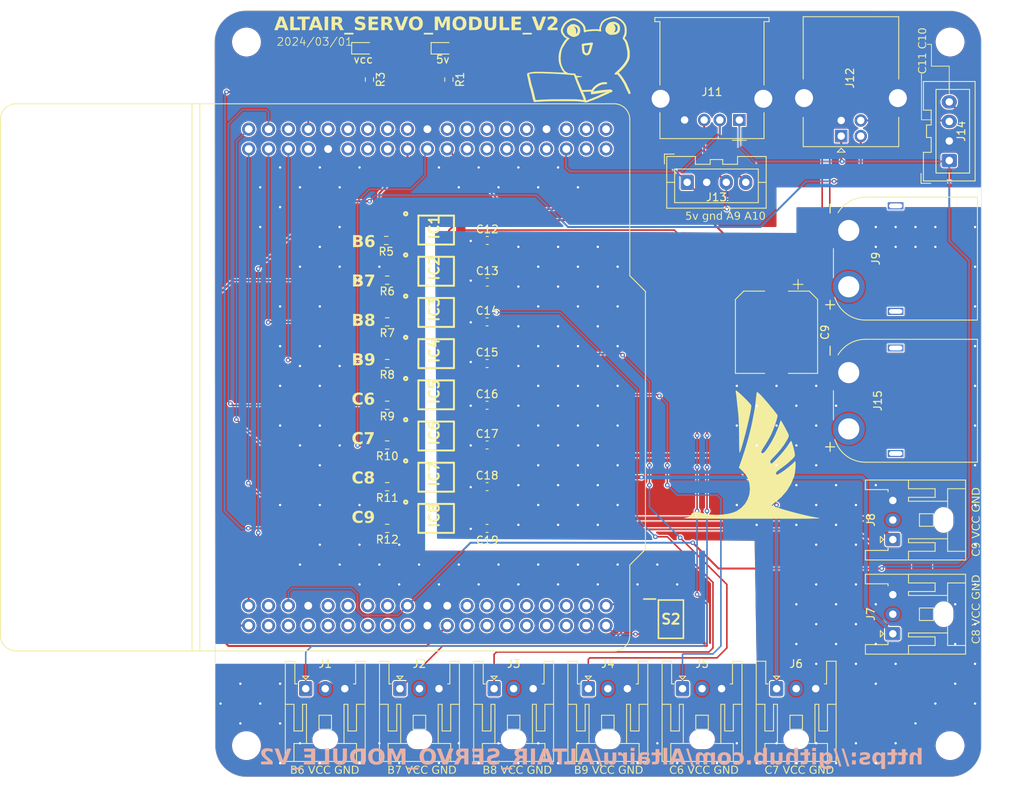
<source format=kicad_pcb>
(kicad_pcb (version 20221018) (generator pcbnew)
  (layers (0 "F.Cu" signal) (31 "B.Cu" signal) (34 "B.Paste" user) (35 "F.Paste" user) (36 "B.SilkS" user "B.Silkscreen") (37 "F.SilkS" user "F.Silkscreen") (38 "B.Mask" user) (39 "F.Mask" user) (44 "Edge.Cuts" user))
  (net 0 "")
  (net 1 "GND")
  (net 2 "+3.3V")
  (net 3 "VCC")
  (net 4 "GND1")
  (net 5 "s1")
  (net 6 "s2")
  (net 7 "s3")
  (net 8 "s4")
  (net 9 "s5")
  (net 10 "s6")
  (net 11 "s7")
  (net 12 "s8")
  (net 13 "B6")
  (net 14 "B7")
  (net 15 "B8")
  (net 16 "B9")
  (net 17 "Net-(IC1-CATHODE)")
  (net 18 "Net-(IC2-CATHODE)")
  (net 19 "Net-(IC3-CATHODE)")
  (net 20 "Net-(IC4-CATHODE)")
  (net 21 "Net-(IC5-CATHODE)")
  (net 22 "Net-(IC6-CATHODE)")
  (net 23 "Net-(IC7-CATHODE)")
  (net 24 "Net-(IC8-CATHODE)")
  (net 25 "Net-(LED1-A)")
  (net 26 "C6")
  (net 27 "C7")
  (net 28 "C8")
  (net 29 "C9")
  (net 30 "C10")
  (net 31 "C11")
  (net 32 "Net-(LED3-A)")
  (net 33 "+5V")
  (net 34 "A9")
  (net 35 "A10")
  (net 36 "Net-(U2-PC3)")
  (net 37 "Net-(U2-PC2)")
  (net 38 "Net-(U2-PC1(PB9))")
  (net 39 "Net-(U2-PC0(PB9))")
  (footprint "AltairMD_V6:altair1" (layer "F.Cu") (at 154.432 52.324)
    (fp_text reference "G***" hide)
    (fp_text value "LOGO" hide)
  )
  (footprint "Resistor_SMD:R_0603_1608Metric" (layer "F.Cu") (at 128.003 101.54187 180)
    (fp_text reference "R10")
    (fp_text value "100")
  )
  (footprint "LED_SMD:LED_0603_1608Metric" (layer "F.Cu") (at 124.9425 50.8)
    (fp_text reference "LED3")
    (fp_text value "vcc")
  )
  (footprint "SamacSys_Parts:11-4L1S_5-PIN-SOIC_" (layer "F.Cu") (at 134.264 74.05174 -90)
    (fp_text reference "IC1")
    (fp_text value "TLP152" hide)
  )
  (footprint "Connector_JST:JST_XA_S03B-XASK-1_1x03_P2.50mm_Horizontal" (layer "F.Cu") (at 192.68 125.69 90)
    (fp_text reference "J7")
    (fp_text value "servo")
  )
  (footprint "Capacitor_SMD:C_0603_1608Metric" (layer "F.Cu") (at 140.779 91.12787)
    (fp_text reference "C15")
    (fp_text value "0.1uF")
  )
  (footprint "Connector_AMASS:AMASS_XT60PW-M_1x02_P7.20mm_Horizontal" (layer "F.Cu") (at 187.04 74.105 -90)
    (fp_text reference "J9")
    (fp_text value "power")
  )
  (footprint "Resistor_SMD:R_0603_1608Metric" (layer "F.Cu") (at 128.003 80.45987 180)
    (fp_text reference "R6")
    (fp_text value "100")
  )
  (footprint "Connector_JST:JST_XA_S03B-XASK-1_1x03_P2.50mm_Horizontal" (layer "F.Cu") (at 165.775 132.715)
    (fp_text reference "J5")
    (fp_text value "servo")
  )
  (footprint "Resistor_SMD:R_0603_1608Metric" (layer "F.Cu") (at 128.003 112.20987 180)
    (fp_text reference "R12")
    (fp_text value "100")
  )
  (footprint "Connector_JST:JST_XA_S03B-XASK-1_1x03_P2.50mm_Horizontal" (layer "F.Cu") (at 153.725 132.715)
    (fp_text reference "J4")
    (fp_text value "servo")
  )
  (footprint "Capacitor_SMD:C_0603_1608Metric" (layer "F.Cu") (at 140.779 106.87587)
    (fp_text reference "C18")
    (fp_text value "0.1uF")
  )
  (footprint "SamacSys_Parts:11-4L1S_5-PIN-SOIC_" (layer "F.Cu") (at 134.264 110.93271 -90)
    (fp_text reference "IC8")
    (fp_text value "TLP152" hide)
  )
  (footprint "Resistor_SMD:R_0603_1608Metric" (layer "F.Cu") (at 128.003 96.46187 180)
    (fp_text reference "R9")
    (fp_text value "100")
  )
  (footprint "Resistor_SMD:R_0603_1608Metric" (layer "F.Cu") (at 127.875 75.37987 180)
    (fp_text reference "R5")
    (fp_text value "100")
  )
  (footprint "Connector_JST:JST_XA_S03B-XASK-1_1x03_P2.50mm_Horizontal" (layer "F.Cu") (at 141.675 132.715)
    (fp_text reference "J3")
    (fp_text value "servo")
  )
  (footprint "MountingHole:MountingHole_3.2mm_M3" (layer "F.Cu") (at 200 50)
    (fp_text reference "REF**" hide)
    (fp_text value "MountingHole_3.2mm_M3" hide)
  )
  (footprint "Resistor_SMD:R_0603_1608Metric" (layer "F.Cu") (at 135.89 54.801 -90)
    (fp_text reference "R1")
    (fp_text value "4.7k")
  )
  (footprint "Resistor_SMD:R_0603_1608Metric" (layer "F.Cu") (at 128.003 85.79387 180)
    (fp_text reference "R7")
    (fp_text value "100")
  )
  (footprint "Capacitor_SMD:C_0603_1608Metric" (layer "F.Cu") (at 140.805 80.71387)
    (fp_text reference "C13")
    (fp_text value "0.1uF")
  )
  (footprint "SamacSys_Parts:11-4L1S_5-PIN-SOIC_" (layer "F.Cu") (at 134.264 79.32045 -90)
    (fp_text reference "IC2")
    (fp_text value "TLP152" hide)
  )
  (footprint "Resistor_SMD:R_0603_1608Metric" (layer "F.Cu") (at 128.003 91.12787 180)
    (fp_text reference "R8")
    (fp_text value "100")
  )
  (footprint "Resistor_SMD:R_0603_1608Metric" (layer "F.Cu") (at 125.73 54.801 -90)
    (fp_text reference "R3")
    (fp_text value "4.7k")
  )
  (footprint "MountingHole:MountingHole_3.2mm_M3" (layer "F.Cu") (at 200 140)
    (fp_text reference "REF**" hide)
    (fp_text value "MountingHole_3.2mm_M3")
  )
  (footprint "SamacSys_Parts:11-4L1S_5-PIN-SOIC_" (layer "F.Cu") (at 134.264 84.58916 -90)
    (fp_text reference "IC3")
    (fp_text value "TLP152" hide)
  )
  (footprint "Capacitor_SMD:C_0603_1608Metric" (layer "F.Cu") (at 140.779 96.46187)
    (fp_text reference "C16")
    (fp_text value "0.1uF")
  )
  (footprint "Capacitor_SMD:C_0603_1608Metric" (layer "F.Cu") (at 140.779 101.54187)
    (fp_text reference "C17")
    (fp_text value "0.1uF")
  )
  (footprint "MountingHole:MountingHole_3.2mm_M3" (layer "F.Cu") (at 110 50)
    (fp_text reference "REF**" hide)
    (fp_text value "MountingHole_3.2mm_M3")
  )
  (footprint "Capacitor_SMD:C_0603_1608Metric" (layer "F.Cu") (at 140.779 112.20987)
    (fp_text reference "C19")
    (fp_text value "0.1uF")
  )
  (footprint "Connector_JST:JST_XA_S03B-XASK-1_1x03_P2.50mm_Horizontal" (layer "F.Cu") (at 117.575 132.715)
    (fp_text reference "J1")
    (fp_text value "servo")
  )
  (footprint "Capacitor_SMD:C_0603_1608Metric" (layer "F.Cu") (at 140.805 75.37987)
    (fp_text reference "C12")
    (fp_text value "0.1uF")
  )
  (footprint "SamacSys_Parts:SOIC127P600X175-8N" (layer "F.Cu") (at 164.293 123.825)
    (fp_text reference "S2")
    (fp_text value "KHS42E" hide)
  )
  (footprint "Capacitor_SMD:CP_Elec_10x10" (layer "F.Cu") (at 177.8 87.122 -90)
    (fp_text reference "C9")
    (fp_text value "330μf")
  )
  (footprint "Capacitor_SMD:C_0603_1608Metric" (layer "F.Cu") (at 140.779 85.79387)
    (fp_text reference "C14")
    (fp_text value "0.1uF")
  )
  (footprint "Connector_JST:JST_XA_S03B-XASK-1_1x03_P2.50mm_Horizontal" (layer "F.Cu") (at 177.815 132.715)
    (fp_text reference "J6")
    (fp_text value "servo")
  )
  (footprint "Connector_USB:USB_A_Molex_67643_Horizontal" (layer "F.Cu") (at 173.045 59.97 180)
    (fp_text reference "J11")
    (fp_text value "USB_A")
  )
  (footprint "SamacSys_Parts:11-4L1S_5-PIN-SOIC_" (layer "F.Cu") (at 134.264 95.12658 -90)
    (fp_text reference "IC5")
    (fp_text value "TLP152" hide)
  )
  (footprint "Connector_USB:USB_B_Lumberg_2411_02_Horizontal" (layer "F.Cu") (at 186.075 62.0325 90)
    (fp_text reference "J12")
    (fp_text value "USB_B")
  )
  (footprint "SamacSys_Parts:11-4L1S_5-PIN-SOIC_" (layer "F.Cu") (at 134.264 100.39529 -90)
    (fp_text reference "IC6")
    (fp_text value "TLP152" hide)
  )
  (footprint "Connector_JST:JST_XA_S03B-XASK-1_1x03_P2.50mm_Horizontal" (layer "F.Cu") (at 129.625 132.715)
    (fp_text reference "J2")
    (fp_text value "servo")
  )
  (footprint "SamacSys_Parts:11-4L1S_5-PIN-SOIC_" (layer "F.Cu") (at 134.264 89.85787 -90)
    (fp_text reference "IC4")
    (fp_text value "TLP152" hide)
  )
  (footprint "Library:sken" (layer "F.Cu") (at 174.752 109.22)
    (fp_text reference "G***" hide)
    (fp_text value "LOGO" hide)
  )
  (footprint "Connector_JST:JST_XA_B04B-XASK-1_1x04_P2.50mm_Vertical" (layer "F.Cu") (at 166.37 67.945)
    (fp_text reference "J13")
    (fp_text value "Conn_01x04")
  )
  (footprint "Connector_JST:JST_XA_S03B-XASK-1_1x03_P2.50mm_Horizontal" (layer "F.Cu") (at 192.68 113.64 90)
    (fp_text reference "J8")
    (fp_text value "servo")
  )
  (footprint "MountingHole:MountingHole_3.2mm_M3" (layer "F.Cu") (at 110 140)
    (fp_text reference "REF**" hide)
    (fp_text value "MountingHole_3.2mm_M3")
  )
  (footprint "LED_SMD:LED_0603_1608Metric" (layer "F.Cu") (at 135.1025 50.8)
    (fp_text reference "LED1")
    (fp_text value "5v")
  )
  (footprint "SamacSys_Parts:11-4L1S_5-PIN-SOIC_" (layer "F.Cu") (at 134.264 105.664 -90)
    (fp_text reference "IC7")
    (fp_text value "TLP152" hide)
  )
  (footprint "Library:STM32F446RE_Nucleo" (layer "F.Cu") (at 131.445 93.98 90)
    (fp_text reference "U2" hide)
    (fp_text value "~" hide)
  )
  (footprint "Resistor_SMD:R_0603_1608Metric" (layer "F.Cu") (at 128.003 106.87587 180)
    (fp_text reference "R11")
    (fp_text value "100")
  )
  (footprint "Connector_JST:JST_XA_B04B-XASK-1_1x04_P2.50mm_Vertical" (layer "F.Cu") (at 199.898 65.158 90)
    (fp_text reference "J14")
    (fp_text value "Conn_01x04")
  )
  (footprint "Connector_AMASS:AMASS_XT60PW-M_1x02_P7.20mm_Horizontal" (layer "F.Cu") (at 187.04 92.285 -90)
    (fp_text reference "J15")
    (fp_text value "power")
  )
  (gr_line (start 197.104 50.292) (end 197.612 50.292) (stroke (width 0.1)) (layer "F.SilkS"))
  (gr_line (start 197.612 53.086) (end 199.898 53.086) (stroke (width 0.1)) (layer "F.SilkS"))
  (gr_line (start 197.612 50.292) (end 197.612 53.086) (stroke (width 0.1)) (layer "F.SilkS"))
  (gr_line (start 199.898 53.086) (end 199.898 56.642) (stroke (width 0.1)) (layer "F.SilkS"))
  (gr_line (start 196.342 59.944) (end 197.612 59.944) (stroke (width 0.1)) (layer "F.SilkS"))
  (gr_line (start 196.342 54.102) (end 196.342 59.944) (stroke (width 0.1)) (layer "F.SilkS"))
  (gr_line (start 105.918 50.038) (end 106 140) (stroke (width 0.05)) (layer "Edge.Cuts"))
  (gr_arc (start 200 46) (mid 202.828427 47.171573) (end 204 50) (stroke (width 0.05)) (layer "Edge.Cuts"))
  (gr_line (start 204 140) (end 204 50) (stroke (width 0.05)) (layer "Edge.Cuts"))
  (gr_arc (start 110 144) (mid 107.171573 142.828427) (end 106 140) (stroke (width 0.05)) (layer "Edge.Cuts"))
  (gr_arc (start 105.918 50.038) (mid 107.108318 47.164318) (end 109.982 45.974) (stroke (width 0.05)) (layer "Edge.Cuts"))
  (gr_arc (start 204 140) (mid 202.828427 142.828427) (end 200 144) (stroke (width 0.05)) (layer "Edge.Cuts"))
  (gr_line (start 200 46) (end 109.982 45.974) (stroke (width 0.05)) (layer "Edge.Cuts"))
  (gr_line (start 110 144) (end 200 144) (stroke (width 0.05)) (layer "Edge.Cuts"))
  (gr_text "https://github.com/Altairu/ALTAIR_SERVO_MODULE_V2" (at 196.596 142.748) (layer "B.SilkS") (effects (font (size 2 2) (thickness 0.1)) (justify left bottom mirror)))
  (gr_text "C8 VCC GND" (at 203.962 127 90) (layer "F.SilkS") (effects (font (size 1 1) (thickness 0.1)) (justify left bottom)))
  (gr_text "5v gnd A9 A10" (at 166.116 72.898) (layer "F.SilkS") (effects (font (size 1 1) (thickness 0.1)) (justify left bottom)))
  (gr_text "C7 VCC GND" (at 176.276 143.764) (layer "F.SilkS") (effects (font (size 1 1) (thickness 0.1)) (justify left bottom)))
  (gr_text "B6\n\nB7\n\nB8\n\nB9\n\nC6\n\nC7\n\nC8\n\nC9" (at 123.444 111.76) (layer "F.SilkS") (effects (font (size 1.5 1.5) (thickness 0.3) bold) (justify left bottom)))
  (gr_text "B6 VCC GND" (at 115.57 143.764) (layer "F.SilkS") (effects (font (size 1 1) (thickness 0.1)) (justify left bottom)))
  (gr_text "B9 VCC GND" (at 151.892 143.764) (layer "F.SilkS") (effects (font (size 1 1) (thickness 0.1)) (justify left bottom)))
  (gr_text "C9 VCC GND" (at 203.962 115.824 90) (layer "F.SilkS") (effects (font (size 1 1) (thickness 0.1)) (justify left bottom)))
  (gr_text "B8 VCC GND" (at 140.208 143.764) (layer "F.SilkS") (effects (font (size 1 1) (thickness 0.1)) (justify left bottom)))
  (gr_text "C6 VCC GND" (at 164.084 143.764) (layer "F.SilkS") (effects (font (size 1 1) (thickness 0.1)) (justify left bottom)))
  (gr_text "2024/03/01" (at 113.792 50.546) (layer "F.SilkS") (effects (font (size 1 1) (thickness 0.1)) (justify left bottom)))
  (gr_text "C11 C10" (at 197.104 54.102 90) (layer "F.SilkS") (effects (font (size 1 1) (thickness 0.1)) (justify left bottom)))
  (gr_text "B7 VCC GND" (at 128.016 143.764) (layer "F.SilkS") (effects (font (size 1 1) (thickness 0.1)) (justify left bottom)))
  (gr_text "ALTAIR_SERVO_MODULE_V2" (at 113.538 48.768) (layer "F.SilkS") (effects (font (size 1.7 1.7) (thickness 0.3) bold) (justify left bottom)))
  (via (at 157.48 116.84) (size 0.6) (drill 0.3) (layers "F.Cu" "B.Cu") (net 1))
  (via (at 119.38 99.06) (size 0.6) (drill 0.3) (layers "F.Cu" "B.Cu") (net 1))
  (via (at 119.38 76.2) (size 0.6) (drill 0.3) (layers "F.Cu" "B.Cu") (net 1))
  (via (at 114.3 71.12) (size 0.6) (drill 0.3) (layers "F.Cu" "B.Cu") (net 1))
  (via (at 137.16 68.58) (size 0.6) (drill 0.3) (layers "F.Cu" "B.Cu") (net 1))
  (via (at 116.84 116.84) (size 0.6) (drill 0.3) (layers "F.Cu" "B.Cu") (net 1))
  (via (at 111.76 73.66) (size 0.6) (drill 0.3) (layers "F.Cu" "B.Cu") (net 1))
  (via (at 124.46 109.22) (size 0.6) (drill 0.3) (layers "F.Cu" "B.Cu") (net 1))
  (via (at 165.1 119.38) (size 0.6) (drill 0.3) (layers "F.Cu" "B.Cu") (net 1))
  (via (at 144.78 66.04) (size 0.6) (drill 0.3) (layers "F.Cu" "B.Cu") (net 1))
  (via (at 121.92 73.66) (size 0.6) (drill 0.3) (layers "F.Cu" "B.Cu") (net 1))
  (via (at 137.16 116.84) (size 0.6) (drill 0.3) (layers "F.Cu" "B.Cu") (net 1))
  (via (at 124.46 66.04) (size 0.6) (drill 0.3) (layers "F.Cu" "B.Cu") (net 1))
  (via (at 160.02 119.38) (size 0.6) (drill 0.3) (layers "F.Cu" "B.Cu") (net 1))
  (via (at 114.3 93.98) (size 0.6) (drill 0.3) (layers "F.Cu" "B.Cu") (net 1))
  (via (at 142.24 68.58) (size 0.6) (drill 0.3) (layers "F.Cu" "B.Cu") (net 1))
  (via (at 111.76 68.58) (size 0.6) (drill 0.3) (layers "F.Cu" "B.Cu") (net 1))
  (via (at 119.38 93.98) (size 0.6) (drill 0.3) (layers "F.Cu" "B.Cu") (net 1))
  (via (at 114.3 99.06) (size 0.6) (drill 0.3) (layers "F.Cu" "B.Cu") (net 1))
  (via (at 134.62 119.38) (size 0.6) (drill 0.3) (layers "F.Cu" "B.Cu") (net 1))
  (via (at 124.46 119.38) (size 0.6) (drill 0.3) (layers "F.Cu" "B.Cu") (net 1))
  (via (at 121.92 78.74) (size 0.6) (drill 0.3) (layers "F.Cu" "B.Cu") (net 1))
  (via (at 121.92 91.44) (size 0.6) (drill 0.3) (layers "F.Cu" "B.Cu") (net 1))
  (via (at 116.84 68.58) (size 0.6) (drill 0.3) (layers "F.Cu" "B.Cu") (net 1))
  (via (at 121.92 101.6) (size 0.6) (drill 0.3) (layers "F.Cu" "B.Cu") (net 1))
  (via (at 127 78.74) (size 0.6) (drill 0.3) (layers "F.Cu" "B.Cu") (net 1))
  (via (at 116.84 101.6) (size 0.6) (drill 0.3) (layers "F.Cu" "B.Cu") (net 1))
  (via (at 139.7 66.04) (size 0.6) (drill 0.3) (layers "F.Cu" "B.Cu") (net 1))
  (via (at 142.24 116.84) (size 0.6) (drill 0.3) (layers "F.Cu" "B.Cu") (net 1))
  (via (at 144.78 119.38) (size 0.6) (drill 0.3) (layers "F.Cu" "B.Cu") (net 1))
  (via (at 114.3 83.82) (size 0.6) (drill 0.3) (layers "F.Cu" "B.Cu") (net 1))
  (via (at 147.32 68.58) (size 0.6) (drill 0.3) (layers "F.Cu" "B.Cu") (net 1))
  (via (at 124.46 114.3) (size 0.6) (drill 0.3) (layers "F.Cu" "B.Cu") (net 1))
  (via (at 119.38 104.14) (size 0.6) (drill 0.3) (layers "F.Cu" "B.Cu") (net 1))
  (via (at 114.3 66.04) (size 0.6) (drill 0.3) (layers "F.Cu" "B.Cu") (net 1))
  (via (at 129.54 114.3) (size 0.6) (drill 0.3) (layers "F.Cu" "B.Cu") (net 1))
  (via (at 129.54 119.38) (size 0.6) (drill 0.3) (layers "F.Cu" "B.Cu") (net 1))
  (via (at 152.4 68.58) (size 0.6) (drill 0.3) (layers "F.Cu" "B.Cu") (net 1))
  (via (at 114.3 88.9) (size 0.6) (drill 0.3) (layers "F.Cu" "B.Cu") (net 1))
  (via (at 116.84 91.44) (size 0.6) (drill 0.3) (layers "F.Cu" "B.Cu") (net 1))
  (via (at 119.38 88.9) (size 0.6) (drill 0.3) (layers "F.Cu" "B.Cu") (net 1))
  (via (at 119.38 114.3) (size 0.6) (drill 0.3) (layers "F.Cu" "B.Cu") (net 1))
  (via (at 132.08 116.84) (size 0.6) (drill 0.3) (layers "F.Cu" "B.Cu") (net 1))
  (via (at 116.84 78.74) (size 0.6) (drill 0.3) (layers "F.Cu" "B.Cu") (net 1))
  (via (at 149.86 119.38) (size 0.6) (drill 0.3) (layers "F.Cu" "B.Cu") (net 1))
  (via (at 121.92 68.58) (size 0.6) (drill 0.3) (layers "F.Cu" "B.Cu") (net 1))
  (via (at 119.38 109.22) (size 0.6) (drill 0.3) (layers "F.Cu" "B.Cu") (net 1))
  (via (at 139.7 119.38) (size 0.6) (drill 0.3) (layers "F.Cu" "B.Cu") (net 1))
  (via (at 114.3 109.22) (size 0.6) (drill 0.3) (layers "F.Cu" "B.Cu") (net 1))
  (via (at 147.32 116.84) (size 0.6) (drill 0.3) (layers "F.Cu" "B.Cu") (net 1))
  (via (at 119.38 83.82) (size 0.6) (drill 0.3) (layers "F.Cu" "B.Cu") (net 1))
  (via (at 152.4 116.84) (size 0.6) (drill 0.3) (layers "F.Cu" "B.Cu") (net 1))
  (via (at 154.94 119.38) (size 0.6) (drill 0.3) (layers "F.Cu" "B.Cu") (net 1))
  (via (at 134.62 66.04) (size 0.6) (drill 0.3) (layers "F.Cu" "B.Cu") (net 1))
  (via (at 162.56 116.84) (size 0.6) (drill 0.3) (layers "F.Cu" "B.Cu") (net 1))
  (via (at 127 116.84) (size 0.6) (drill 0.3) (layers "F.Cu" "B.Cu") (net 1))
  (via (at 119.38 66.04) (size 0.6) (drill 0.3) (layers "F.Cu" "B.Cu") (net 1))
  (via (at 149.86 66.04) (size 0.6) (drill 0.3) (layers "F.Cu" "B.Cu") (net 1))
  (via (at 121.92 116.84) (size 0.6) (drill 0.3) (layers "F.Cu" "B.Cu") (net 1))
  (segment (start 135.89 92.456) (end 135.89 93.98) (width 0.25) (layer "F.Cu") (net 3))
  (segment (start 197.866 86.614) (end 197.866 106.750699) (width 5) (layer "F.Cu") (net 3))
  (segment (start 185.223 83.122) (end 182.372 83.122) (width 5) (layer "F.Cu") (net 3))
  (segment (start 135.95529 109.66271) (end 135.89 109.728) (width 0.25) (layer "F.Cu") (net 3))
  (segment (start 135.89 93.85658) (end 135.89 93.98) (width 0.25) (layer "F.Cu") (net 3))
  (segment (start 168.275 132.715) (end 168.275 136.271) (width 2.54) (layer "F.Cu") (net 3))
  (segment (start 135.89 82.042) (end 135.89 83.312) (width 0.25) (layer "F.Cu") (net 3))
  (segment (start 197.866 98.044) (end 196.425 99.485) (width 5) (layer "F.Cu") (net 3))
  (segment (start 196.6448 81.305) (end 197.866 82.5262) (width 5) (layer "F.Cu") (net 3))
  (segment (start 141.478 97.79) (end 135.89 97.79) (width 0.25) (layer "F.Cu") (net 3))
  (segment (start 197.866 106.750699) (end 197.266349 107.35035) (width 5) (layer "F.Cu") (net 3))
  (segment (start 168.275 136.271) (end 168.656 136.652) (width 2.54) (layer "F.Cu") (net 3))
  (segment (start 195.4624 105.546401) (end 195.4624 109.9876) (width 2.54) (layer "F.Cu") (net 3))
  (segment (start 194.564 99.485) (end 191.262 99.485) (width 5) (layer "F.Cu") (net 3))
  (segment (start 180.315 136.423) (end 180.086 136.652) (width 2.54) (layer "F.Cu") (net 3))
  (segment (start 137.414 72.78174) (end 137.214 72.78174) (width 0.25) (layer "F.Cu") (net 3))
  (segment (start 135.89 103.124) (end 135.89 104.394) (width 0.25) (layer "F.Cu") (net 3))
  (segment (start 141.58 75.37987) (end 141.58 76.352) (width 0.25) (layer "F.Cu") (net 3))
  (segment (start 196.425 106.934) (end 196.425 107.696) (width 2.54) (layer "F.Cu") (net 3))
  (segment (start 132.125 132.715) (end 132.125 136.099) (width 2.54) (layer "F.Cu") (net 3))
  (segment (start 141.554 97.714) (end 141.478 97.79) (width 0.25) (layer "F.Cu") (net 3))
  (segment (start 141.554 112.20987) (end 141.68153 112.3374) (width 0.25) (layer "F.Cu") (net 3))
  (segment (start 195.4624 105.546401) (end 197.266349 107.35035) (width 2.54) (layer "F.Cu") (net 3))
  (segment (start 196.425 110.998) (end 196.425 115.316) (width 2.54) (layer "F.Cu") (net 3))
  (segment (start 141.554 101.54187) (end 141.554 102.794) (width 0.25) (layer "F.Cu") (net 3))
  (segment (start 196.283 111.14) (end 196.425 110.998) (width 2.54) (layer "F.Cu") (net 3))
  (segment (start 135.89 93.98) (end 135.89 97.79) (width 0.25) (layer "F.Cu") (net 3))
  (segment (start 169.30174 72.78174) (end 177.8 81.28) (width 0.25) (layer "F.Cu") (net 3))
  (segment (start 196.425 107.696) (end 197.612 107.696) (width 2.54) (layer "F.Cu") (net 3))
  (segment (start 141.224 107.95) (end 135.89 107.95) (width 0.25) (layer "F.Cu") (net 3))
  (segment (start 185.223 83.122) (end 187.04 81.305) (width 5) (layer "F.Cu") (net 3))
  (segment (start 191.008 115.316) (end 196.425 115.316) (width 0.25) (layer "F.Cu") (net 3))
  (segment (start 196.425 106.934) (end 196.425 101.346) (width 2.54) (layer "F.Cu") (net 3))
  (segment (start 191.262 99.485) (end 187.04 99.485) (width 5) (layer "F.Cu") (net 3))
  (segment (start 196.425 133.267) (end 193.04 136.652) (width 2.54) (layer "F.Cu") (net 3))
  (segment (start 120.075 135.569) (end 120.075 133.0304) (width 2.54) (layer "F.Cu") (net 3))
  (segment (start 196.425 101.7252) (end 196.425 106.934) (width 2.54) (layer "F.Cu") (net 3))
  (segment (start 156.225 136.637) (end 156.21 136.652) (width 2.54) (layer "F.Cu") (net 3))
  (segment (start 140.97 92.456) (end 135.89 92.456) (width 0.25) (layer "F.Cu") (net 3))
  (segment (start 188.0294 112.3374) (end 191.008 115.316) (width 0.25) (layer "F.Cu") (net 3))
  (segment (start 141.554 85.79387) (end 141.554 86.792) (width 0.25) (layer "F.Cu") (net 3))
  (segment (start 137.414 104.394) (end 135.89 104.394) (width 0.25) (layer "F.Cu") (net 3))
  (segment (start 135.89 104.394) (end 135.89 107.95) (width 0.25) (layer "F.Cu") (net 3))
  (segment (start 141.224 76.708) (end 135.89 76.708) (width 0.25) (layer "F.Cu") (net 3))
  (segment (start 197.866 92.202) (end 197.866 98.044) (width 5) (layer "F.Cu") (net 3))
  (segment (start 197.866 82.5262) (end 197.866 86.614) (width 5) (layer "F.Cu") (net 3))
  (segment (start 141.554 106.87587) (end 141.554 107.62) (width 0.25) (layer "F.Cu") (net 3))
  (segment (start 194.1848 99.485) (end 196.425 101.7252) (width 2.54) (layer "F.Cu") (net 3))
  (segment (start 120.075 133.0304) (end 120.075 132.715) (width 1.8) (layer "F.Cu") (net 3))
  (segment (start 195.4624 100.3834) (end 195.4624 105.546401) (width 2.54) (layer "F.Cu") (net 3))
  (segment (start 131.572 136.652) (end 121.158 136.652) (width 2.54) (layer "F.Cu") (net 3))
  (segment (start 182.372 83.122) (end 177.8 83.122) (width 5) (layer "F.Cu") (net 3))
  (segment (start 191.262 99.485) (end 191.262 98.806) (width 5) (layer "F.Cu") (net 3))
  (segment (start 181.61 49.53) (end 183.642 51.562) (width 0.2) (layer "F.Cu") (net 3))
  (segment (start 137.414 78.05045) (end 135.96245 78.05045) (width 0.25) (layer "F.Cu") (net 3))
  (segment (start 135.89 83.312) (end 135.89 87.122) (width 0.25) (layer "F.Cu") (net 3))
  (segment (start 141.554 86.792) (end 141.224 87.122) (width 0.25) (layer "F.Cu") (net 3))
  (segment (start 141.68153 112.3374) (end 188.0294 112.3374) (width 0.25) (layer "F.Cu") (net 3))
  (segment (start 195.4624 109.9876) (end 194.31 111.14) (width 2.54) (layer "F.Cu") (net 3))
  (segment (start 135.89 107.95) (end 135.89 109.474) (width 0.25) (layer "F.Cu") (net 3))
  (segment (start 198.628 106.68) (end 198.628 98.806) (width 2.54) (layer "F.Cu") (net 3))
  (segment (start 196.425 107.696) (end 196.425 109.040331) (width 2.54) (layer "F.Cu") (net 3))
  (segment (start 196.425 99.485) (end 194.564 99.485) (width 5) (layer "F.Cu") (net 3))
  (segment (start 135.89 77.978) (end 135.89 82.042) (width 0.25) (layer "F.Cu") (net 3))
  (segment (start 156.225 132.715) (end 156.225 136.637) (width 2.54) (layer "F.Cu") (net 3))
  (segment (start 127.508 55.626) (end 127.508 50.038) (width 0.2) (layer "F.Cu") (net 3))
  (segment (start 196.425 99.485) (end 196.425 107.696) (width 2.54) (layer "F.Cu") (net 3))
  (segment (start 177.8 81.28) (end 177.8 83.122) (width 0.25) (layer "F.Cu") (net 3))
  (segment (start 135.89 99.12529) (end 135.89 99.568) (width 0.25) (layer "F.Cu") (net 3))
  (segment (start 144.526 136.652) (end 131.572 136.652) (width 2.54) (layer "F.Cu") (net 3))
  (segment (start 137.214 72.78174) (end 135.89 74.10574) (width 0.25) (layer "F.Cu") (net 3))
  (segment (start 144.175 132.715) (end 144.175 136.301) (width 2.54) (layer "F.Cu") (net 3))
  (segment (start 156.21 136.652) (end 144.526 136.652) (width 2.54) (layer "F.Cu") (net 3))
  (segment (start 127.508 50.038) (end 128.016 49.53) (width 0.2) (layer "F.Cu") (net 3))
  (segment (start 140.47987 113.284) (end 141.554 112.20987) (width 0.25) (layer "F.Cu") (net 3))
  (segment (start 197.612 107.696) (end 198.628 106.68) (width 2.54) (layer "F.Cu") (net 3))
  (segment (start 144.175 136.301) (end 144.526 136.652) (width 2.54) (layer "F.Cu") (net 3))
  (segment (start 137.414 99.12529) (end 135.89 99.12529) (width 0.25) (layer "F.Cu") (net 3))
  (segment (start 135.89 113.284) (end 140.47987 113.284) (width 0.25) (layer "F.Cu") (net 3))
  (segment (start 141.224 103.124) (end 135.89 103.124) (width 0.25) (layer "F.Cu") (net 3))
  (segment (start 141.554 107.62) (end 141.224 107.95) (width 0.25) (layer "F.Cu") (net 3))
  (segment (start 137.414 83.31916) (end 135.89716 83.31916) (width 0.25) (layer "F.Cu") (net 3))
  (segment (start 183.642 81.852) (end 182.372 83.122) (width 0.2) (layer "F.Cu") (net 3))
  (segment (start 196.425 109.040331) (end 196.425 110.998) (width 2.54) (layer "F.Cu") (net 3))
  (segment (start 141.58 81.686) (end 141.224 82.042) (width 0.25) (layer "F.Cu") (net 3))
  (segment (start 194.31 111.14) (end 196.283 111.14) (width 2.54) (layer "F.Cu") (net 3))
  (segment (start 141.554 91.12787) (end 141.554 91.872) (width 0.25) (layer "F.Cu") (net 3))
  (segment (start 128.016 49.53) (end 181.61 49.53) (width 0.2) (layer "F.Cu") (net 3))
  (segment (start 135.89 88.646) (end 135.89 92.456) (width 0.25) (layer "F.Cu") (net 3))
  (segment (start 141.224 82.042) (end 135.89 82.042) (width 0.25) (layer "F.Cu") (net 3))
  (segment (start 135.89 109.728) (end 135.89 109.474) (width 0.25) (layer "F.Cu") (net 3))
  (segment (start 194.564 99.485) (end 195.4624 100.3834) (width 2.54) (layer "F.Cu") (net 3))
  (segment (start 132.125 136.099) (end 131.572 136.652) (width 2.54) (layer "F.Cu") (net 3))
  (segment (start 121.158 136.652) (end 120.075 135.569) (width 2.54) (layer "F.Cu") (net 3))
  (segment (start 135.96245 78.05045) (end 135.89 77.978) (width 0.25) (layer "F.Cu") (net 3))
  (segment (start 135.89 76.708) (end 135.89 77.978) (width 0.25) (layer "F.Cu") (net 3))
  (segment (start 180.086 136.652) (end 168.656 136.652) (width 2.54) (layer "F.Cu") (net 3))
  (segment (start 192.68 111.14) (end 194.31 111.14) (width 2.54) (layer "F.Cu") (net 3))
  (segment (start 192.68 123.19) (end 196.425 123.19) (width 2.54) (layer "F.Cu") (net 3))
  (segment (start 125.73 55.626) (end 127.508 55.626) (width 0.2) (layer "F.Cu") (net 3))
  (segment (start 141.554 96.46187) (end 141.554 97.714) (width 0.25) (layer "F.Cu") (net 3))
  (segment (start 141.58 76.352) (end 141.224 76.708) (width 0.25) (layer "F.Cu") (net 3))
  (segment (start 141.224 87.122) (end 135.89 87.122) (width 0.25) (layer "F.Cu") (net 3))
  (segment (start 198.628 98.806) (end 197.866 98.044) (width 2.54) (layer "F.Cu") (net 3))
  (segment (start 135.89 97.79) (end 135.89 99.568) (width 0.25) (layer "F.Cu") (net 3))
  (segment (start 135.89716 83.31916) (end 135.89 83.312) (width 0.25) (layer "F.Cu") (net 3))
  (segment (start 193.04 136.652) (end 180.086 136.652) (width 2.54) (layer "F.Cu") (net 3))
  (segment (start 191.262 99.485) (end 194.1848 99.485) (width 2.54) (layer "F.Cu") (net 3))
  (segment (start 141.554 91.872) (end 140.97 92.456) (width 0.25) (layer "F.Cu") (net 3))
  (segment (start 135.89 87.122) (end 135.89 88.646) (width 0.25) (layer "F.Cu") (net 3))
  (segment (start 180.315 132.715) (end 180.315 136.423) (width 2.54) (layer "F.Cu") (net 3))
  (segment (start 196.425 123.19) (end 196.425 133.267) (width 2.54) (layer "F.Cu") (net 3))
  (segment (start 183.642 51.562) (end 183.642 81.852) (width 0.2) (layer "F.Cu") (net 3))
  (segment (start 191.262 98.806) (end 197.866 92.202) (width 5) (layer "F.Cu") (net 3))
  (segment (start 196.425 115.316) (end 196.425 123.19) (width 2.54) (layer "F.Cu") (net 3))
  (segment (start 141.554 102.794) (end 141.224 103.124) (width 0.25) (layer "F.Cu") (net 3))
  (segment (start 137.414 109.66271) (end 135.95529 109.66271) (width 0.25) (layer "F.Cu") (net 3))
  (segment (start 137.414 93.85658) (end 135.89 93.85658) (width 0.25) (layer "F.Cu") (net 3))
  (segment (start 137.414 72.78174) (end 169.30174 72.78174) (width 0.25) (layer "F.Cu") (net 3))
  (segment (start 196.425 101.346) (end 194.564 99.485) (width 2.54) (layer "F.Cu") (net 3))
  (segment (start 197.866 86.614) (end 197.866 92.202) (width 5) (layer "F.Cu") (net 3))
  (segment (start 187.04 81.305) (end 196.6448 81.305) (width 5) (layer "F.Cu") (net 3))
  (segment (start 135.89 74.10574) (end 135.89 76.708) (width 0.25) (layer "F.Cu") (net 3))
  (segment (start 168.656 136.652) (end 156.21 136.652) (width 2.54) (layer "F.Cu") (net 3))
  (segment (start 137.414 88.58787) (end 135.94813 88.58787) (width 0.25) (layer "F.Cu") (net 3))
  (segment (start 135.89 109.474) (end 135.89 113.284) (width 0.25) (layer "F.Cu") (net 3))
  (segment (start 135.89 99.568) (end 135.89 103.124) (width 0.25) (layer "F.Cu") (net 3))
  (segment (start 141.58 80.71387) (end 141.58 81.686) (width 0.25) (layer "F.Cu") (net 3))
  (segment (start 135.94813 88.58787) (end 135.89 88.646) (width 0.25) (layer "F.Cu") (net 3))
  (segment (start 137.414 91.12787) (end 138.48813 91.12787) (width 0.2) (layer "F.Cu") (net 4))
  (segment (start 138.61871 101.66529) (end 138.684 101.6) (width 0.2) (layer "F.Cu") (net 4))
  (segment (start 138.67684 85.85916) (end 138.684 85.852) (width 0.2) (layer "F.Cu") (net 4))
  (segment (start 139.99684 112.20271) (end 140.004 112.20987) (width 0.2) (layer "F.Cu") (net 4))
  (segment (start 138.61871 112.20271) (end 138.684 112.268) (width 0.2) (layer "F.Cu") (net 4))
  (segment (start 138.684 85.852) (end 138.69116 85.85916) (width 0.2) (layer "F.Cu") (net 4))
  (segment (start 138.48813 91.12787) (end 138.684 90.932) (width 0.2) (layer "F.Cu") (net 4))
  (segment (start 139.93871 85.85916) (end 140.004 85.79387) (width 0.2) (layer "F.Cu") (net 4))
  (segment (start 138.684 112.268) (end 138.74929 112.20271) (width 0.2) (layer "F.Cu") (net 4))
  (segment (start 138.69116 85.85916) (end 139.93871 85.85916) (width 0.2) (layer "F.Cu") (net 4))
  (segment (start 137.414 96.39658) (end 138.56058 96.39658) (width 0.2) (layer "F.Cu") (net 4))
  (segment (start 139.94587 106.934) (end 140.004 106.87587) (width 0.2) (layer "F.Cu") (net 4))
  (segment (start 137.414 101.66529) (end 138.61871 101.66529) (width 0.2) (layer "F.Cu") (net 4))
  (segment (start 139.97187 75.32174) (end 140.03 75.37987) (width 0.2) (layer "F.Cu") (net 4))
  (segment (start 137.414 112.20271) (end 138.61871 112.20271) (width 0.2) (layer "F.Cu") (net 4))
  (segment (start 137.414 75.32174) (end 138.56774 75.32174) (width 0.2) (layer "F.Cu") (net 4))
  (segment (start 138.75645 80.59045) (end 139.90658 80.59045) (width 0.2) (layer "F.Cu") (net 4))
  (segment (start 138.684 90.932) (end 138.87987 91.12787) (width 0.2) (layer "F.Cu") (net 4))
  (segment (start 124.155 50.597) (end 126.238 48.514) (width 0.2) (layer "F.Cu") (net 4))
  (segment (start 124.155 50.8) (end 124.155 50.597) (width 0.2) (layer "F.Cu") (net 4))
  (segment (start 126.238 48.514) (end 181.356 48.514) (width 0.2) (layer "F.Cu") (net 4))
  (segment (start 138.80026 75.32174) (end 139.97187 75.32174) (width 0.2) (layer "F.Cu") (net 4))
  (segment (start 139.93871 96.39658) (end 140.004 96.46187) (width 0.2) (layer "F.Cu") (net 4))
  (segment (start 138.56058 96.39658) (end 138.684 96.52) (width 0.2) (layer "F.Cu") (net 4))
  (segment (start 138.61155 80.59045) (end 138.684 80.518) (width 0.2) (layer "F.Cu") (net 4))
  (segment (start 138.684 101.6) (end 138.74929 101.66529) (width 0.2) (layer "F.Cu") (net 4))
  (segment (start 138.684 106.934) (end 139.94587 106.934) (width 0.2) (layer "F.Cu") (net 4))
  (segment (start 138.684 75.438) (end 138.80026 75.32174) (width 0.2) (layer "F.Cu") (net 4))
  (segment (start 184.6136 51.7716) (end 184.6136 71.6786) (width 0.2) (layer "F.Cu") (net 4))
  (segment (start 184.6136 71.6786) (end 187.04 74.105) (width 0.2) (layer "F.Cu") (net 4))
  (segment (start 181.356 48.514) (end 184.6136 51.7716) (width 0.2) (layer "F.Cu") (net 4))
  (segment (start 138.74929 112.20271) (end 139.99684 112.20271) (width 0.2) (layer "F.Cu") (net 4))
  (segment (start 137.414 85.85916) (end 138.67684 85.85916) (width 0.2) (layer "F.Cu") (net 4))
  (segment (start 139.90658 80.59045) (end 140.03 80.71387) (width 0.2) (layer "F.Cu") (net 4))
  (segment (start 138.87987 91.12787) (end 140.004 91.12787) (width 0.2) (layer "F.Cu") (net 4))
  (segment (start 138.56774 75.32174) (end 138.684 75.438) (width 0.2) (layer "F.Cu") (net 4))
  (segment (start 138.684 80.518) (end 138.75645 80.59045) (width 0.2) (layer "F.Cu") (net 4))
  (segment (start 139.88058 101.66529) (end 140.004 101.54187) (width 0.2) (layer "F.Cu") (net 4))
  (segment (start 137.414 106.934) (end 138.684 106.934) (width 0.2) (layer "F.Cu") (net 4))
  (segment (start 138.80742 96.39658) (end 139.93871 96.39658) (width 0.2) (layer "F.Cu") (net 4))
  (segment (start 138.74929 101.66529) (end 139.88058 101.66529) (width 0.2) (layer "F.Cu") (net 4))
  (segment (start 138.684 96.52) (end 138.80742 96.39658) (width 0.2) (layer "F.Cu") (net 4))
  (segment (start 137.414 80.59045) (end 138.61155 80.59045) (width 0.2) (layer "F.Cu") (net 4))
  (via (at 180.34 142.24) (size 0.6) (drill 0.3) (layers "F.Cu" "B.Cu") (net 4))
  (via (at 198.12 76.2) (size 0.6) (drill 0.3) (layers "F.Cu" "B.Cu") (net 4))
  (via (at 149.86 96.52) (size 0.6) (drill 0.3) (layers "F.Cu" "B.Cu") (net 4))
  (via (at 154.94 142.24) (size 0.6) (drill 0.3) (layers "F.Cu" "B.Cu") (net 4))
  (via (at 106.68 134.62) (size 0.6) (drill 0.3) (layers "F.Cu" "B.Cu") (net 4))
  (via (at 200.66 132.08) (size 0.6) (drill 0.3) (layers "F.Cu" "B.Cu") (net 4))
  (via (at 144.78 91.44) (size 0.6) (drill 0.3) (layers "F.Cu" "B.Cu") (net 4))
  (via (at 152.4 104.14) (size 0.6) (drill 0.3) (layers "F.Cu" "B.Cu") (net 4))
  (via (at 147.32 78.74) (size 0.6) (drill 0.3) (layers "F.Cu" "B.Cu") (net 4))
  (via (at 182.88 104.14) (size 0.6) (drill 0.3) (layers "F.Cu" "B.Cu") (net 4))
  (via (at 147.32 104.14) (size 0.6) (drill 0.3) (layers "F.Cu" "B.Cu") (net 4))
  (via (at 154.94 111.76) (size 0.6) (drill 0.3) (layers "F.Cu" "B.Cu") (net 4))
  (via (at 144.78 101.6) (size 0.6) (drill 0.3) (layers "F.Cu" "B.Cu") (net 4))
  (via (at 203.2 83.82) (size 0.6) (drill 0.3) (layers "F.Cu" "B.Cu") (net 4))
  (via (at 190.5 142.24) (size 0.6) (drill 0.3) (layers "F.Cu" "B.Cu") (net 4))
  (via (at 180.34 121.92) (size 0.6) (drill 0.3) (layers "F.Cu" "B.Cu") (net 4))
  (via (at 203.2 104.14) (size 0.6) (drill 0.3) (layers "F.Cu" "B.Cu") (net 4))
  (via (at 144.78 86.36) (size 0.6) (drill 0.3) (layers "F.Cu" "B.Cu") (net 4))
  (via (at 203.2 114.3) (size 0.6) (drill 0.3) (layers "F.Cu" "B.Cu") (net 4))
  (via (at 182.88 129.54) (size 0.6) (drill 0.3) (layers "F.Cu" "B.Cu") (net 4))
  (via (at 180.34 101.6) (size 0.6) (drill 0.3) (layers "F.Cu" "B.Cu") (net 4))
  (via (at 165.1 142.24) (size 0.6) (drill 0.3) (layers "F.Cu" "B.Cu") (net 4))
  (via (at 154.94 76.2) (size 0.6) (drill 0.3) (layers "F.Cu" "B.Cu") (net 4))
  (via (at 157.48 104.14) (size 0.6) (drill 0.3) (layers "F.Cu" "B.Cu") (net 4))
  (via (at 172.72 93.98) (size 0.6) (drill 0.3) (layers "F.Cu" "B.Cu") (net 4))
  (via (at 203.2 129.54) (size 0.6) (drill 0.3) (layers "F.Cu" "B.Cu") (net 4))
  (via (at 147.32 109.22) (size 0.6) (drill 0.3) (layers "F.Cu" "B.Cu") (net 4))
  (via (at 195.58 76.2) (size 0.6) (drill 0.3) (layers "F.Cu" "B.Cu") (net 4))
  (via (at 144.78 111.76) (size 0.6) (drill 0.3) (layers "F.Cu" "B.Cu") (net 4))
  (via (at 154.94 106.68) (size 0.6) (drill 0.3) (layers "F.Cu" "B.Cu") (net 4))
  (via (at 187.96 129.54) (size 0.6) (drill 0.3) (layers "F.Cu" "B.Cu") (net 4))
  (via (at 190.5 127) (size 0.6) (drill 0.3) (layers "F.Cu" "B.Cu") (net 4))
  (via (at 187.96 119.38) (size 0.6) (drill 0.3) (layers "F.Cu" "B.Cu") (net 4))
  (via (at 114.3 132.08) (size 0.6) (drill 0.3) (layers "F.Cu" "B.Cu") (net 4))
  (via (at 119.38 142.24) (size 0.6) (drill 0.3) (layers "F.Cu" "B.Cu") (net 4))
  (via (at 177.8 99.06) (size 0.6) (drill 0.3) (layers "F.Cu" "B.Cu") (net 4))
  (via (at 187.96 124.46) (size 0.6) (drill 0.3) (layers "F.Cu" "B.Cu") (net 4))
  (via (at 195.58 137.16) (size 0.6) (drill 0.3) (layers "F.Cu" "B.Cu") (net 4))
  (via (at 139.7 142.24) (size 0.6) (drill 0.3) (layers "F.Cu" "B.Cu") (net 4))
  (via (at 144.78 81.28) (size 0.6) (drill 0.3) (layers "F.Cu" "B.Cu") (net 4))
  (via (at 157.48 99.06) (size 0.6) (drill 0.3) (layers "F.Cu" "B.Cu") (net 4))
  (via (at 147.32 93.98) (size 0.6) (drill 0.3) (layers "F.Cu" "B.Cu") (net 4))
  (via (at 152.4 93.98) (size 0.6) (drill 0.3) (layers "F.Cu" "B.Cu") (net 4))
  (via (at 182.88 99.06) (size 0.6) (drill 0.3) (layers "F.Cu" "B.Cu") (net 4))
  (via (at 138.684 106.934) (size 0.6) (drill 0.3) (layers "F.Cu" "B.Cu") (net 4))
  (via (at 138.684 75.438) (size 0.6) (drill 0.3) (layers "F.Cu" "B.Cu") (net 4))
  (via (at 203.2 124.46) (size 0.6) (drill 0.3) (layers "F.Cu" "B.Cu") (net 4))
  (via (at 116.84 139.7) (size 0.6) (drill 0.3) (layers "F.Cu" "B.Cu") (net 4))
  (via (at 180.34 106.68) (size 0.6) (drill 0.3) (layers "F.Cu" "B.Cu") (net 4))
  (via (at 198.12 73.66) (size 0.6) (drill 0.3) (layers "F.Cu" "B.Cu") (net 4))
  (via (at 149.86 81.28) (size 0.6) (drill 0.3) (layers "F.Cu" "B.Cu") (net 4))
  (via (at 147.32 88.9) (size 0.6) (drill 0.3) (layers "F.Cu" "B.Cu") (net 4))
  (via (at 182.88 93.98) (size 0.6) (drill 0.3) (layers "F.Cu" "B.Cu") (net 4))
  (via (at 147.32 99.06) (size 0.6) (drill 0.3) (layers "F.Cu" "B.Cu") (net 4))
  (via (at 193.04 73.66) (size 0.6) (drill 0.3) (layers "F.Cu" "B.Cu") (net 4))
  (via (at 154.94 101.6) (size 0.6) (drill 0.3) (layers "F.Cu" "B.Cu") (net 4))
  (via (at 177.8 93.98) (size 0.6) (drill 0.3) (layers "F.Cu" "B.Cu") (net 4))
  (via (at 157.48 109.22) (size 0.6) (drill 0.3) (layers "F.Cu" "B.Cu") (net 4))
  (via (at 157.48 78.74) (size 0.6) (drill 0.3) (layers "F.Cu" "B.Cu") (net 4))
  (via (at 185.42 106.68) (size 0.6) (drill 0.3) (layers "F.Cu" "B.Cu") (net 4))
  (via (at 180.34 96.52) (size 0.6) (drill 0.3) (layers "F.Cu" "B.Cu") (net 4))
  (via (at 134.62 142.24) (size 0.6) (drill 0.3) (layers "F.Cu" "B.Cu") (net 4))
  (via (at 177.8 104.14) (size 0.6) (drill 0.3) (layers "F.Cu" "B.Cu") (net 4))
  (via (at 147.32 83.82) (size 0.6) (drill 0.3) (layers "F.Cu" "B.Cu") (net 4))
  (via (at 124.46 142.24) (size 0.6) (drill 0.3) (layers "F.Cu" "B.Cu") (net 4))
  (via (at 182.88 139.7) (size 0.6) (drill 0.3) (layers "F.Cu" "B.Cu") (net 4))
  (via (at 127 139.7) (size 0.6) (drill 0.3) (layers "F.Cu" "B.Cu") (net 4))
  (via (at 172.72 139.7) (size 0.6) (drill 0.3) (layers "F.Cu" "B.Cu") (net 4))
  (via (at 182.88 119.38) (size 0.6) (drill 0.3) (layers "F.Cu" "B.Cu") (net 4))
  (via (at 185.42 121.92) (size 0.6) (drill 0.3) (layers "F.Cu" "B.Cu") (net 4))
  (via (at 198.12 134.62) (size 0.6) (drill 0.3) (layers "F.Cu" "B.Cu") (net 4))
  (via (at 154.94 86.36) (size 0.6) (drill 0.3) (layers "F.Cu" "B.Cu") (net 4))
  (via (at 170.18 142.24) (size 0.6) (drill 0.3) (layers "F.Cu" "B.Cu") (net 4))
  (via (at 157.48 88.9) (size 0.6) (drill 0.3) (layers "F.Cu" "B.Cu") (net 4))
  (via (at 142.24 139.7) (size 0.6) (drill 0.3) (layers "F.Cu" "B.Cu") (net 4))
  (via (at 149.86 91.44) (size 0.6) (drill 0.3) (layers "F.Cu" "B.Cu") (net 4))
  (via (at 152.4 83.82) (size 0.6) (drill 0.3) (layers "F.Cu" "B.Cu") (net 4))
  (via (at 149.86 76.2) (size 0.6) (drill 0.3) (layers "F.Cu" "B.Cu") (net 4))
  (via (at 203.2 119.38) (size 0.6) (drill 0.3) (layers "F.Cu" "B.Cu") (net 4))
  (via (at 157.48 93.98) (size 0.6) (drill 0.3) (layers "F.Cu" "B.Cu") (net 4))
  (via (at 200.66 127) (size 0.6) (drill 0.3) (layers "F.Cu" "B.Cu") (net 4))
  (via (at 138.684 80.518) (size 0.6) (drill 0.3) (layers "F.Cu" "B.Cu") (net 4))
  (via (at 175.26 96.52) (size 0.6) (drill 0.3) (layers "F.Cu" "B.Cu") (net 4))
  (via (at 185.42 96.52) (size 0.6) (drill 0.3) (layers "F.Cu" "B.Cu") (net 4))
  (via (at 193.04 129.54) (size 0.6) (drill 0.3) (layers "F.Cu" "B.Cu") (net 4))
  (via (at 182.88 124.46) (size 0.6) (drill 0.3) (layers "F.Cu" "B.Cu") (net 4))
  (via (at 185.42 111.76) (size 0.6) (drill 0.3) (layers "F.Cu" "B.Cu") (net 4))
  (via (at 138.684 90.932) (size 0.6) (drill 0.3) (layers "F.Cu" "B.Cu") (net 4))
  (via (at 193.04 76.2) (size 0.6) (drill 0.3) (layers "F.Cu" "B.Cu") (net 4))
  (via (at 109.22 137.16) (size 0.6) (drill 0.3) (layers "F.Cu" "B.Cu") (net 4))
  (via (at 138.684 112.268) (size 0.6) (drill 0.3) (layers "F.Cu" "B.Cu") (net 4))
  (via (at 154.94 96.52) (size 0.6) (drill 0.3) (layers "F.Cu" "B.Cu") (net 4))
  (via (at 160.02 142.24) (size 0.6) (drill 0.3) (layers "F.Cu" "B.Cu") (net 4))
  (via (at 144.78 142.24) (size 0.6) (drill 0.3) (layers "F.Cu" "B.Cu") (net 4))
  (via (at 182.88 109.22) (size 0.6) (drill 0.3) (layers "F.Cu" "B.Cu") (net 4))
  (via (at 203.2 99.06) (size 0.6) (drill 0.3) (layers "F.Cu" "B.Cu") (net 4))
  (via (at 187.96 139.7) (size 0.6) (drill 0.3) (layers "F.Cu" "B.Cu") (net 4))
  (via (at 203.2 134.62) (size 0.6) (drill 0.3) (layers "F.Cu" "B.Cu") (net 4))
  (via (at 138.684 101.6) (size 0.6) (drill 0.3) (layers "F.Cu" "B.Cu") (net 4))
  (via (at 114.3 137.16) (size 0.6) (drill 0.3) (layers "F.Cu" "B.Cu") (net 4))
  (via (at 203.2 73.66) (size 0.6) (drill 0.3) (layers "F.Cu" "B.Cu") (net 4))
  (via (at 175.26 142.24) (size 0.6) (drill 0.3) (layers "F.Cu" "B.Cu") (net 4))
  (via (at 172.72 99.06) (size 0.6) (drill 0.3) (layers "F.Cu" "B.Cu") (net 4))
  (via (at 162.56 139.7) (size 0.6) (drill 0.3) (layers "F.Cu" "B.Cu") (net 4))
  (via (at 172.72 109.22) (size 0.6) (drill 0.3) (layers "F.Cu" "B.Cu") (net 4))
  (via (at 149.86 111.76) (size 0.6) (drill 0.3) (layers "F.Cu" "B.Cu") (net 4))
  (via (at 177.8 139.7) (size 0.6) (drill 0.3) (layers "F.Cu" "B.Cu") (net 4))
  (via (at 154.94 81.28) (size 0.6) (drill 0.3) (layers "F.Cu" "B.Cu") (net 4))
  (via (at 175.26 101.6) (size 0.6) (drill 0.3) (layers "F.Cu" "B.Cu") (net 4))
  (via (at 152.4 99.06) (size 0.6) (drill 0.3) (layers "F.Cu" "B.Cu") (net 4))
  (via (at 190.5 106.68) (size 0.6) (drill 0.3) (layers "F.Cu" "B.Cu") (net 4))
  (via (at 203.2 93.98) (size 0.6) (drill 0.3) (layers "F.Cu" "B.Cu") (net 4))
  (via (at 137.16 139.7) (size 0.6) (drill 0.3) (layers "F.Cu" "B.Cu") (net 4))
  (via (at 152.4 109.22) (size 0.6) (drill 0.3) (layers "F.Cu" "B.Cu") (net 4))
  (via (at 195.58 73.66) (size 0.6) (drill 0.3) (layers "F.Cu" "B.Cu") (net 4))
  (via (at 138.684 85.852) (size 0.6) (drill 0.3) (layers "F.Cu" "B.Cu") (net 4))
  (via (at 149.86 106.68) (size 0.6) (drill 0.3) (layers "F.Cu" "B.Cu") (net 4))
  (via (at 190.5 76.2) (size 0.6) (drill 0.3) (layers "F.Cu" "B.Cu") (net 4))
  (via (at 152.4 78.74) (size 0.6) (drill 0.3) (layers "F.Cu" "B.Cu") (net 4))
  (via (at 149.86 101.6) (size 0.6) (drill 0.3) (layers "F.Cu" "B.Cu") (net 4))
  (via (at 152.4 88.9) (size 0.6) (drill 0.3) (layers "F.Cu" "B.Cu") (net 4))
  (via (at 185.42 142.24) (size 0.6) (drill 0.3) (layers "F.Cu" "B.Cu") (net 4))
  (via (at 129.54 142.24) (size 0.6) (drill 0.3) (layers "F.Cu" "B.Cu") (net 4))
  (via (at 187.96 109.22) (size 0.6) (drill 0.3) (layers "F.Cu" "B.Cu") (net 4))
  (via (at 180.34 111.76) (size 0.6) (drill 0.3) (layers "F.Cu" "B.Cu") (net 4))
  (via (at 203.2 109.22) (size 0.6) (drill 0.3) (layers "F.Cu" "B.Cu") (net 4))
  (via (at 147.32 139.7) (size 0.6) (drill 0.3) (layers "F.Cu" "B.Cu") (net 4))
  (via (at 109.22 132.08) (size 0.6) (drill 0.3) (layers "F.Cu" "B.Cu") (net 4))
  (via (at 190.5 132.08) (size 0.6) (drill 0.3) (layers "F.Cu" "B.Cu") (net 4))
  (via (at 144.78 106.68) (size 0.6) (drill 0.3) (layers "F.Cu" "B.Cu") (net 4))
  (via (at 187.96 114.3) (size 0.6) (drill 0.3) (layers "F.Cu" "B.Cu") (net 4))
  (via (at 185.42 127) (size 0.6) (drill 0.3) (layers "F.Cu" "B.Cu") (net 4))
  (via (at 152.4 139.7) (size 0.6) (drill 0.3) (layers "F.Cu" "B.Cu") (net 4))
  (via (at 193.04 139.7) (size 0.6) (drill 0.3) (layers "F.Cu" "B.Cu") (net 4))
  (via (at 114.3 142.24) (size 0.6) (drill 0.3) (layers "F.Cu" "B.Cu") (net 4))
  (via (at 111.76 134.62) (size 0.6) (drill 0.3) (layers "F.Cu" "B.Cu") (net 4))
  (via (at 154.94 91.44) (size 0.6) (drill 0.3) (layers "F.Cu" "B.Cu") (net 4))
  (via (at 190.5 73.66) (size 0.6) (drill 0.3) (layers "F.Cu" "B.Cu") (net 4))
  (via (at 200.66 121.92) (size 0.6) (drill 0.3) (layers "F.Cu" "B.Cu") (net 4))
  (via (at 138.684 96.52) (size 0.6) (drill 0.3) (layers "F.Cu" "B.Cu") (net 4))
  (via (at 180.34 127) (size 0.6) (drill 0.3) (layers "F.Cu" "B.Cu") (net 4))
  (via (at 203.2 88.9) (size 0.6) (drill 0.3) (layers "F.Cu" "B.Cu") (net 4))
  (via (at 149.86 86.36) (size 0.6) (drill 0.3) (layers "F.Cu" "B.Cu") (net 4))
  (via (at 144.78 76.2) (size 0.6) (drill 0.3) (layers "F.Cu" "B.Cu") (net 4))
  (via (at 203.2 78.74) (size 0.6) (drill 0.3) (layers "F.Cu" "B.Cu") (net 4))
  (via (at 182.88 114.3) (size 0.6) (drill 0.3) (layers "F.Cu" "B.Cu") (net 4))
  (via (at 157.48 83.82) (size 0.6) (drill 0.3) (layers "F.Cu" "B.Cu") (net 4))
  (via (at 190.5 121.92) (size 0.6) (drill 0.3) (layers "F.Cu" "B.Cu") (net 4))
  (via (at 175.26 111.76) (size 0.6) (drill 0.3) (layers "F.Cu" "B.Cu") (net 4))
  (via (at 149.86 142.24) (size 0.6) (drill 0.3) (layers "F.Cu" "B.Cu") (net 4))
  (via (at 144.78 96.52) (size 0.6) (drill 0.3) (layers "F.Cu" "B.Cu") (net 4))
  (segment (start 168.91 109.474) (end 168.91 109.982) (width 0.2) (layer "F.Cu") (net 5))
  (segment (start 168.91 104.394) (end 168.91 109.474) (width 0.2) (layer "F.Cu") (net 5))
  (segment (start 164.72974 74.05174) (end 168.91 78.232) (width 0.2) (layer "F.Cu") (net 5))
  (segment (start 137.414 74.05174) (end 164.72974 74.05174) (width 0.2) (layer "F.Cu") (net 5))
  (segment (start 168.91 78.232) (end 168.91 100.33) (width 0.2) (layer "F.Cu") (net 5))
  (via (at 168.91 109.982) (size 0.6) (drill 0.3) (layers "F.Cu" "B.Cu") (net 5))
  (via (at 168.91 104.394) (size 0.6) (drill 0.3) (layers "F.Cu" "B.Cu") (net 5))
  (via (at 168.91 100.33) (size 0.6) (drill 0.3) (layers "F.Cu" "B.Cu") (net 5))
  (segment (start 117.575 128.043) (end 117.575 132.715) (width 0.2) (layer "B.Cu") (net 5))
  (segment (start 168.402 127.254) (end 118.364 127.254) (width 0.2) (layer "B.Cu") (net 5))
  (segment (start 168.91 109.982) (end 168.91 126.746) (width 0.2) (layer "B.Cu") (net 5))
  (segment (start 168.91 126.746) (end 168.402 127.254) (width 0.2) (layer "B.Cu") (net 5))
  (segment (start 168.91 100.33) (end 168.91 104.394) (width 0.2) (layer "B.Cu") (net 5))
  (segment (start 118.364 127.254) (end 117.575 128.043) (width 0.2) (layer "B.Cu") (net 5))
  (segment (start 167.64 79.756) (end 167.64 100.33) (width 0.2) (layer "F.Cu") (net 6))
  (segment (start 167.64 104.394) (end 167.64 109.982) (width 0.2) (layer "F.Cu") (net 6))
  (segment (start 135.086 127.254) (end 129.625 132.715) (width 0.2) (layer "F.Cu") (net 6))
  (segment (start 168.91 121.92) (end 168.91 127.254) (width 0.2) (layer "F.Cu") (net 6))
  (segment (start 168.91 127.254) (end 135.086 127.254) (width 0.2) (layer "F.Cu") (net 6))
  (segment (start 167.20445 79.32045) (end 167.64 79.756) (width 0.2) (layer "F.Cu") (net 6))
  (segment (start 167.64 120.65) (end 168.91 121.92) (width 0.2) (layer "F.Cu") (net 6))
  (segment (start 137.414 79.32045) (end 167.20445 79.32045) (width 0.2) (layer "F.Cu") (net 6))
  (via (at 167.64 120.65) (size 0.6) (drill 0.3) (layers "F.Cu" "B.Cu") (net 6))
  (via (at 167.64 100.33) (size 0.6) (drill 0.3) (layers "F.Cu" "B.Cu") (net 6))
  (via (at 167.64 109.982) (size 0.6) (drill 0.3) (layers "F.Cu" "B.Cu") (net 6))
  (via (at 167.64 104.394) (size 0.6) (drill 0.3) (layers "F.Cu" "B.Cu") (net 6))
  (segment (start 167.64 109.982) (end 167.64 120.65) (width 0.2) (layer "B.Cu") (net 6))
  (segment (start 167.64 100.33) (end 167.64 104.394) (width 0.2) (layer "B.Cu") (net 6))
  (segment (start 141.675 132.715) (end 141.675 128.327) (width 0.2) (layer "F.Cu") (net 7))
  (segment (start 169.164 128.016) (end 169.672 127.508) (width 0.2) (layer "F.Cu") (net 7))
  (segment (start 141.97884 84.58916) (end 137.414 84.58916) (width 0.2) (layer "F.Cu") (net 7))
  (segment (start 163.83 113.284) (end 162.306 113.284) (width 0.2) (layer "F.Cu") (net 7))
  (segment (start 141.986 84.582) (end 141.97884 84.58916) (width 0.2) (layer "F.Cu") (net 7))
  (segment (start 169.672 127.508) (end 169.672 119.126) (width 0.2) (layer "F.Cu") (net 7))
  (segment (start 141.675 128.327) (end 141.986 128.016) (width 0.2) (layer "F.Cu") (net 7))
  (segment (start 169.672 119.126) (end 163.83 113.284) (width 0.2) (layer "F.Cu") (net 7))
  (segment (start 141.986 128.016) (end 169.164 128.016) (width 0.2) (layer "F.Cu") (net 7))
  (via (at 141.986 84.582) (size 0.6) (drill 0.3) (layers "F.Cu" "B.Cu") (net 7))
  (via (at 162.306 113.284) (size 0.6) (drill 0.3) (layers "F.Cu" "B.Cu") (net 7))
  (segment (start 159.9756 110.9536) (end 159.9756 94.4436) (width 0.2) (layer "B.Cu") (net 7))
  (segment (start 162.306 113.284) (end 159.9756 110.9536) (width 0.2) (layer "B.Cu") (net 7))
  (segment (start 159.9756 94.4436) (end 150.114 84.582) (width 0.2) (layer "B.Cu") (net 7))
  (segment (start 150.114 84.582) (end 141.986 84.582) (width 0.2) (layer "B.Cu") (net 7))
  (segment (start 157.92987 89.85787) (end 158.115 90.043) (width 0.2) (layer "F.Cu") (net 8))
  (segment (start 171.45 127.508) (end 170.18 128.778) (width 0.2) (layer "F.Cu") (net 8))
  (segment (start 165.481 113.411) (end 171.45 119.38) (width 0.2) (layer "F.Cu") (net 8))
  (segment (start 153.924 128.778) (end 153.725 128.977) (width 0.2) (layer "F.Cu") (net 8))
  (segment (start 170.18 128.778) (end 153.924 128.778) (width 0.2) (layer "F.Cu") (net 8))
  (segment (start 171.45 119.38) (end 171.45 127.508) (width 0.2) (layer "F.Cu") (net 8))
  (segment (start 137.414 89.85787) (end 157.92987 89.85787) (width 0.2) (layer "F.Cu") (net 8))
  (segment (start 161.544 106.68) (end 161.544 104.14) (width 0.2) (layer "F.Cu") (net 8))
  (segment (start 153.725 128.977) (end 153.725 132.715) (width 0.2) (layer "F.Cu") (net 8))
  (via (at 161.544 104.14) (size 0.6) (drill 0.3) (layers "F.Cu" "B.Cu") (net 8))
  (via (at 161.544 106.68) (size 0.6) (drill 0.3) (layers "F.Cu" "B.Cu") (net 8))
  (via (at 158.115 90.043) (size 0.6) (drill 0.3) (layers "F.Cu" "B.Cu") (net 8))
  (via (at 165.481 113.411) (size 0.6) (drill 0.3) (layers "F.Cu" "B.Cu") (net 8))
  (segment (start 161.544 109.474) (end 161.544 106.68) (width 0.2) (layer "B.Cu") (net 8))
  (segment (start 161.544 93.472) (end 158.115 90.043) (width 0.2) (layer "B.Cu") (net 8))
  (segment (start 157.988 89.916) (end 158.115 90.043) (width 0.2) (layer "B.Cu") (net 8))
  (segment (start 161.544 104.14) (end 161.544 93.472) (width 0.2) (layer "B.Cu") (net 8))
  (segment (start 165.481 113.411) (end 161.544 109.474) (width 0.2) (layer "B.Cu") (net 8))
  (segment (start 163.83 106.68) (end 163.83 104.14) (width 0.2) (layer "F.Cu") (net 9))
  (segment (start 162.814 95.25) (end 162.69058 95.12658) (width 0.2) (layer "F.Cu") (net 9))
  (segment (start 162.69058 95.12658) (end 137.414 95.12658) (width 0.2) (layer "F.Cu") (net 9))
  (via (at 163.83 104.14) (size 0.6) (drill 0.3) (layers "F.Cu" "B.Cu") (net 9))
  (via (at 163.83 106.68) (size 0.6) (drill 0.3) (layers "F.Cu" "B.Cu") (net 9))
  (via (at 162.814 95.25) (size 0.6) (drill 0.3) (layers "F.Cu" "B.Cu") (net 9))
  (segment (start 165.775 132.715) (end 165.775 128.357) (width 0.2) (layer "B.Cu") (net 9))
  (segment (start 170.688 108.458) (end 170.18 107.95) (width 0.2) (layer "B.Cu") (net 9))
  (segment (start 165.1 107.95) (end 163.83 106.68) (width 0.2) (layer "B.Cu") (net 9))
  (segment (start 170.18 107.95) (end 165.1 107.95) (width 0.2) (layer "B.Cu") (net 9))
  (segment (start 169.672 128.27) (end 170.688 127.254) (width 0.2) (layer "B.Cu") (net 9))
  (segment (start 163.83 96.266) (end 163.83 104.14) (width 0.2) (layer "B.Cu") (net 9))
  (segment (start 170.688 127.254) (end 170.688 108.458) (width 0.2) (layer "B.Cu") (net 9))
  (segment (start 162.814 95.25) (end 163.83 96.266) (width 0.2) (layer "B.Cu") (net 9))
  (segment (start 165.862 128.27) (end 169.672 128.27) (width 0.2) (layer "B.Cu") (net 9))
  (segment (start 165.775 128.357) (end 165.862 128.27) (width 0.2) (layer "B.Cu") (net 9))
  (segment (start 149.86 102.87) (end 171.45 102.87) (width 0.5) (layer "F.Cu") (net 10))
  (segment (start 137.414 100.39529) (end 147.38529 100.39529) (width 0.5) (layer "F.Cu") (net 10))
  (segment (start 171.45 102.87) (end 177.8 109.22) (width 0.5) (layer "F.Cu") (net 10))
  (segment (start 147.38529 100.39529) (end 149.86 102.87) (width 0.5) (layer "F.Cu") (net 10))
  (via (at 177.8 109.22) (size 0.6) (drill 0.3) (layers "F.Cu" "B.Cu") (net 10))
  (segment (start 177.8 132.7) (end 177.815 132.715) (width 0.5) (layer "B.Cu") (net 10))
  (segment (start 177.8 109.22) (end 177.8 132.7) (width 0.5) (layer "B.Cu") (net 10))
  (segment (start 160.528 105.664) (end 137.414 105.664) (width 0.5) (layer "F.Cu") (net 11))
  (via (at 160.528 105.664) (size 0.6) (drill 0.3) (layers "F.Cu" "B.Cu") (net 11))
  (segment (start 189.23 106.172) (end 189.23 122.24) (width 0.5) (layer "B.Cu") (net 11))
  (segment (start 189.23 122.24) (end 192.68 125.69) (width 0.5) (layer "B.Cu") (net 11))
  (segment (start 160.528 105.664) (end 188.722 105.664) (width 0.5) (layer "B.Cu") (net 11))
  (segment (start 188.722 105.664) (end 189.23 106.172) (width 0.5) (layer "B.Cu") (net 11))
  (segment (start 189.97271 110.93271) (end 192.68 113.64) (width 0.5) (layer "F.Cu") (net 12))
  (segment (start 137.414 110.93271) (end 189.97271 110.93271) (width 0.5) (layer "F.Cu") (net 12))
  (segment (start 127 69.342) (end 130.600786 65.741214) (width 0.25) (layer "F.Cu") (net 13))
  (segment (start 127 75.32987) (end 127 69.342) (width 0.25) (layer "F.Cu") (net 13))
  (segment (start 127.05 75.37987) (end 127 75.32987) (width 0.25) (layer "F.Cu") (net 13))
  (segment (start 130.600786 65.741214) (end 130.600786 63.684214) (width 0.25) (layer "F.Cu") (net 13))
  (segment (start 107.696 127.254) (end 133.071 127.254) (width 0.25) (layer "F.Cu") (net 14))
  (segment (start 106.172 125.73) (end 107.696 127.254) (width 0.25) (layer "F.Cu") (net 14))
  (segment (start 133.071 127.254) (end 135.680786 124.644214) (width 0.25) (layer "F.Cu") (net 14))
  (segment (start 106.172 82.55) (end 106.172 125.73) (width 0.25) (layer "F.Cu") (net 14))
  (segment (start 127.178 80.45987) (end 108.26213 80.45987) (width 0.25) (layer "F.Cu") (net 14))
  (segment (start 108.26213 80.45987) (end 106.172 82.55) (width 0.25) (layer "F.Cu") (net 14))
  (segment (start 112.83413 85.79387) (end 127.178 85.79387) (width 0.25) (layer "F.Cu") (net 15))
  (segment (start 112.776 85.852) (end 112.83413 85.79387) (width 0.25) (layer "F.Cu") (net 15))
  (via (at 112.776 85.852) (size 0.6) (drill 0.3) (layers "F.Cu" "B.Cu") (net 15))
  (segment (start 112.820786 85.807214) (end 112.820786 63.684214) (width 0.25) (layer "B.Cu") (net 15))
  (segment (start 112.776 85.852) (end 112.820786 85.807214) (width 0.25) (layer "B.Cu") (net 15))
  (segment (start 127.178 91.12787) (end 126.72813 90.678) (width 0.25) (layer "F.Cu") (net 16))
  (segment (start 126.72813 90.678) (end 115.316 90.678) (width 0.25) (layer "F.Cu") (net 16))
  (via (at 115.316 90.678) (size 0.6) (drill 0.3) (layers "F.Cu" "B.Cu") (net 16))
  (segment (start 115.360786 90.633214) (end 115.360786 63.684214) (width 0.25) (layer "B.Cu") (net 16))
  (segment (start 115.316 90.678) (end 115.360786 90.633214) (width 0.25) (layer "B.Cu") (net 16))
  (segment (start 128.7 75.37987) (end 131.05587 75.37987) (width 0.5) (layer "F.Cu") (net 17))
  (segment (start 131.05587 75.37987) (end 131.114 75.32174) (width 0.5) (layer "F.Cu") (net 17))
  (segment (start 130.98342 80.45987) (end 131.114 80.59045) (width 0.5) (layer "F.Cu") (net 18))
  (segment (start 128.828 80.45987) (end 130.98342 80.45987) (width 0.5) (layer "F.Cu") (net 18))
  (segment (start 128.828 85.79387) (end 131.04871 85.79387) (width 0.5) (layer "F.Cu") (net 19))
  (segment (start 131.04871 85.79387) (end 131.114 85.85916) (width 0.5) (layer "F.Cu") (net 19))
  (segment (start 128.828 91.12787) (end 131.114 91.12787) (width 0.5) (layer "F.Cu") (net 20))
  (segment (start 131.04871 96.46187) (end 131.114 96.39658) (width 0.5) (layer "F.Cu") (net 21))
  (segment (start 128.828 96.46187) (end 131.04871 96.46187) (width 0.5) (layer "F.Cu") (net 21))
  (segment (start 128.828 101.54187) (end 130.99058 101.54187) (width 0.5) (layer "F.Cu") (net 22))
  (segment (start 130.99058 101.54187) (end 131.114 101.66529) (width 0.5) (layer "F.Cu") (net 22))
  (segment (start 131.05587 106.87587) (end 131.114 106.934) (width 0.5) (layer "F.Cu") (net 23))
  (segment (start 128.828 106.87587) (end 131.05587 106.87587) (width 0.5) (layer "F.Cu") (net 23))
  (segment (start 131.10684 112.20987) (end 131.114 112.20271) (width 0.5) (layer "F.Cu") (net 24))
  (segment (start 128.828 112.20987) (end 131.10684 112.20987) (width 0.5) (layer "F.Cu") (net 24))
  (segment (start 135.89 50.8) (end 135.89 53.976) (width 0.5) (layer "F.Cu") (net 25))
  (segment (start 107.95 96.266) (end 108.14587 96.46187) (width 0.2) (layer "F.Cu") (net 26))
  (segment (start 108.14587 96.46187) (end 127.178 96.46187) (width 0.2) (layer "F.Cu") (net 26))
  (via (at 107.95 96.266) (size 0.6) (drill 0.3) (layers "F.Cu" "B.Cu") (net 26))
  (segment (start 107.696 60.452) (end 109.474 58.674) (width 0.2) (layer "B.Cu") (net 26))
  (segment (start 107.95 96.266) (end 107.696 96.012) (width 0.2) (layer "B.Cu") (net 26))
  (segment (start 112.522 58.674) (end 112.820786 58.972786) (width 0.2) (layer "B.Cu") (net 26))
  (segment (start 112.820786 58.972786) (end 112.820786 61.144214) (width 0.2) (layer "B.Cu") (net 26))
  (segment (start 107.696 96.012) (end 107.696 60.452) (width 0.2) (layer "B.Cu") (net 26))
  (segment (start 109.474 58.674) (end 112.522 58.674) (width 0.2) (layer "B.Cu") (net 26))
  (segment (start 127.11987 101.6) (end 124.206 101.6) (width 0.2) (layer "F.Cu") (net 27))
  (segment (start 127.178 101.54187) (end 127.11987 101.6) (width 0.2) (layer "F.Cu") (net 27))
  (via (at 124.206 101.6) (size 0.6) (drill 0.3) (layers "F.Cu" "B.Cu") (net 27))
  (segment (start 124.206 101.6) (end 124.206 70.358) (width 0.2) (layer "B.Cu") (net 27))
  (segment (start 131.064 68.834) (end 132.842 67.056) (width 0.2) (layer "B.Cu") (net 27))
  (segment (start 132.842 63.983) (end 133.140786 63.684214) (width 0.2) (layer "B.Cu") (net 27))
  (segment (start 124.206 70.358) (end 125.73 68.834) (width 0.2) (layer "B.Cu") (net 27))
  (segment (start 132.842 67.056) (end 132.842 63.983) (width 0.2) (layer "B.Cu") (net 27))
  (segment (start 125.73 68.834) (end 131.064 68.834) (width 0.2) (layer "B.Cu") (net 27))
  (segment (start 117.28987 106.87587) (end 108.712 98.298) (width 0.2) (layer "F.Cu") (net 28))
  (segment (start 127.178 106.87587) (end 117.28987 106.87587) (width 0.2) (layer "F.Cu") (net 28))
  (via (at 108.712 98.298) (size 0.6) (drill 0.3) (layers "F.Cu" "B.Cu") (net 28))
  (segment (start 108.712 98.298) (end 108.712 62.713) (width 0.2) (layer "B.Cu") (net 28))
  (segment (start 108.712 62.713) (end 110.280786 61.144214) (width 0.2) (layer "B.Cu") (net 28))
  (segment (start 116.01987 112.20987) (end 110.236 106.426) (width 0.2) (layer "F.Cu") (net 29))
  (segment (start 127.178 112.20987) (end 116.01987 112.20987) (width 0.2) (layer "F.Cu") (net 29))
  (via (at 110.236 106.426) (size 0.6) (drill 0.3) (layers "F.Cu" "B.Cu") (net 29))
  (segment (start 110.236 106.426) (end 110.280786 106.381214) (width 0.2) (layer "B.Cu") (net 29))
  (segment (start 110.280786 106.381214) (end 110.280786 63.684214) (width 0.2) (layer "B.Cu") (net 29))
  (segment (start 111.506 112.776) (end 111.506 114.3) (width 0.25) (layer "F.Cu") (net 30))
  (segment (start 202.692 66.802) (end 202.692 60.452) (width 0.25) (layer "F.Cu") (net 30))
  (segment (start 111.506 114.3) (end 107.95 117.856) (width 0.25) (layer "F.Cu") (net 30))
  (segment (start 201.676 67.818) (end 202.692 66.802) (width 0.25) (layer "F.Cu") (net 30))
  (segment (start 107.95 123.952) (end 108.642214 124.644214) (width 0.25) (layer "F.Cu") (net 30))
  (segment (start 189.992 67.818) (end 190.246 67.818) (width 0.25) (layer "F.Cu") (net 30))
  (segment (start 107.95 117.856) (end 107.95 123.952) (width 0.25) (layer "F.Cu") (net 30))
  (segment (start 202.692 60.452) (end 199.898 57.658) (width 0.25) (layer "F.Cu") (net 30))
  (segment (start 190.246 67.818) (end 185.166 67.818) (width 0.25) (layer "F.Cu") (net 30))
  (segment (start 108.642214 124.644214) (end 110.280786 124.644214) (width 0.25) (layer "F.Cu") (net 30))
  (segment (start 125.73 70.358) (end 120.142 70.358) (width 0.25) (layer "F.Cu") (net 30))
  (segment (start 120.142 70.358) (end 111.506 78.994) (width 0.25) (layer "F.Cu") (net 30))
  (segment (start 188.575 62.0325) (end 188.575 66.401) (width 0.25) (layer "F.Cu") (net 30))
  (segment (start 188.575 66.401) (end 189.992 67.818) (width 0.25) (layer "F.Cu") (net 30))
  (segment (start 190.246 67.818) (end 201.676 67.818) (width 0.25) (layer "F.Cu") (net 30))
  (via (at 185.166 67.818) (size 0.6) (drill 0.3) (layers "F.Cu" "B.Cu") (net 30))
  (via (at 111.506 112.776) (size 0.6) (drill 0.3) (layers "F.Cu" "B.Cu") (net 30))
  (via (at 125.73 70.358) (size 0.6) (drill 0.3) (layers "F.Cu" "B.Cu") (net 30))
  (via (at 111.506 78.994) (size 0.6) (drill 0.3) (layers "F.Cu" "B.Cu") (net 30))
  (segment (start 163.576 73.66) (end 151.13 73.66) (width 0.25) (layer "B.Cu") (net 30))
  (segment (start 111.506 82.042) (end 111.506 112.776) (width 0.25) (layer "B.Cu") (net 30))
  (segment (start 180.594 68.834) (end 175.768 73.66) (width 0.25) (layer "B.Cu") (net 30))
  (segment (start 181.61 67.818) (end 180.594 68.834) (width 0.25) (layer "B.Cu") (net 30))
  (segment (start 185.166 67.818) (end 181.61 67.818) (width 0.25) (layer "B.Cu") (net 30))
  (segment (start 175.768 73.66) (end 163.576 73.66) (width 0.25) (layer "B.Cu") (net 30))
  (segment (start 111.506 78.994) (end 111.506 82.042) (width 0.25) (layer "B.Cu") (net 30))
  (segment (start 126.492 69.596) (end 125.73 70.358) (width 0.25) (layer "B.Cu") (net 30))
  (segment (start 147.066 69.596) (end 126.492 69.596) (width 0.25) (layer "B.Cu") (net 30))
  (segment (start 151.13 73.66) (end 147.066 69.596) (width 0.25) (layer "B.Cu") (net 30))
  (segment (start 190.246 60.0325) (end 190.246 55.88) (width 0.25) (layer "F.Cu") (net 31))
  (segment (start 116.586 51.816) (end 112.014 56.388) (width 0.25) (layer "F.Cu") (net 31))
  (segment (start 113.4686 112.1986) (end 113.792 112.522) (width 0.25) (layer "F.Cu") (net 31))
  (segment (start 199.7725 60.0325) (end 199.898 60.158) (width 0.25) (layer "F.Cu") (net 31))
  (segment (start 182.118 47.752) (end 120.65 47.752) (width 0.25) (layer "F.Cu") (net 31))
  (segment (start 110.280786 119.424786) (end 110.280786 122.104214) (width 0.25) (layer "F.Cu") (net 31))
  (segment (start 110.236 112.1986) (end 113.4686 112.1986) (width 0.25) (layer "F.Cu") (net 31))
  (segment (start 190.246 60.0325) (end 199.7725 60.0325) (width 0.25) (layer "F.Cu") (net 31))
  (segment (start 110.744 56.388) (end 107.442 56.388) (width 0.25) (layer "F.Cu") (net 31))
  (segment (start 110.236 119.38) (end 110.280786 119.424786) (width 0.25) (layer "F.Cu") (net 31))
  (segment (start 190.246 55.88) (end 182.118 47.752) (width 0.25) (layer "F.Cu") (net 31))
  (segment (start 112.014 56.388) (end 110.744 56.388) (width 0.25) (layer "F.Cu") (net 31))
  (segment (start 113.792 115.824) (end 110.236 119.38) (width 0.25) (layer "F.Cu") (net 31))
  (segment (start 188.575 60.0325) (end 190.246 60.0325) (width 0.25) (layer "F.Cu") (net 31))
  (segment (start 113.792 112.522) (end 113.792 115.824) (width 0.25) (layer "F.Cu") (net 31))
  (segment (start 120.65 47.752) (end 116.586 51.816) (width 0.25) (layer "F.Cu") (net 31))
  (via (at 110.236 112.1986) (size 0.6) (drill 0.3) (layers "F.Cu" "B.Cu") (net 31))
  (via (at 107.442 56.388) (size 0.6) (drill 0.3) (layers "F.Cu" "B.Cu") (net 31))
  (segment (start 107.188 109.982) (end 107.188 81.080567) (width 0.25) (layer "B.Cu") (net 31))
  (segment (start 107.188 81.080567) (end 107.2574 81.011167) (width 0.25) (layer "B.Cu") (net 31))
  (segment (start 107.2574 56.5726) (end 107.442 56.388) (width 0.25) (layer "B.Cu") (net 31))
  (segment (start 109.4046 112.1986) (end 107.188 109.982) (width 0.25) (layer "B.Cu") (net 31))
  (segment (start 110.236 112.1986) (end 109.4046 112.1986) (width 0.25) (layer "B.Cu") (net 31))
  (segment (start 107.2574 81.011167) (end 107.2574 56.5726) (width 0.25) (layer "B.Cu") (net 31))
  (segment (start 125.73 53.976) (end 125.73 50.8) (width 0.5) (layer "F.Cu") (net 32))
  (segment (start 135.89 55.626) (end 154.051 55.626) (width 0.2) (layer "F.Cu") (net 33))
  (segment (start 168.529 70.104) (end 166.37 67.945) (width 0.2) (layer "F.Cu") (net 33))
  (segment (start 135.89 55.626) (end 132.842 58.674) (width 0.2) (layer "F.Cu") (net 33))
  (segment (start 118.364 58.674) (end 117.900786 59.137214) (width 0.2) (layer "F.Cu") (net 33))
  (segment (start 186.075 65.171) (end 186.075 62.0325) (width 0.25) (layer "F.Cu") (net 33))
  (segment (start 186.182 65.278) (end 186.075 65.171) (width 0.25) (layer "F.Cu") (net 33))
  (segment (start 176.276 70.104) (end 168.529 70.104) (width 0.2) (layer "F.Cu") (net 33))
  (segment (start 154.051 55.626) (end 166.37 67.945) (width 0.2) (layer "F.Cu") (net 33))
  (segment (start 167.0881 114.046) (end 170.3901 117.348) (width 0.25) (layer "F.Cu") (net 33))
  (segment (start 176.784 69.596) (end 176.276 70.104) (width 0.2) (layer "F.Cu") (net 33))
  (segment (start 132.842 58.674) (end 118.364 58.674) (width 0.2) (layer "F.Cu") (net 33))
  (segment (start 117.900786 59.137214) (end 117.900786 61.144214) (width 0.2) (layer "F.Cu") (net 33))
  (segment (start 173.045 63.571) (end 176.784 67.31) (width 0.2) (layer "F.Cu") (net 33))
  (segment (start 170.3901 117.348) (end 191.262 117.348) (width 0.25) (layer "F.Cu") (net 33))
  (segment (start 173.045 59.97) (end 173.045 63.571) (width 0.2) (layer "F.Cu") (net 33))
  (segment (start 176.784 67.31) (end 176.784 69.596) (width 0.2) (layer "F.Cu") (net 33))
  (via (at 167.0881 114.046) (size 0.6) (drill 0.3) (layers "F.Cu" "B.Cu") (net 33))
  (via (at 191.262 117.348) (size 0.6) (drill 0.3) (layers "F.Cu" "B.Cu") (net 33))
  (via (at 186.182 65.278) (size 0.6) (drill 0.3) (layers "F.Cu" "B.Cu") (net 33))
  (segment (start 115.824 119.888) (end 123.444 119.888) (width 0.2) (layer "B.Cu") (net 33))
  (segment (start 115.360786 120.351214) (end 115.824 119.888) (width 0.2) (layer "B.Cu") (net 33))
  (segment (start 173.045 63.317) (end 173.045 59.97) (width 0.25) (layer "B.Cu") (net 33))
  (segment (start 199.898 75.438) (end 199.898 65.158) (width 0.25) (layer "B.Cu") (net 33))
  (segment (start 201.168 117.094) (end 202.438 115.824) (width 0.25) (layer "B.Cu") (net 33))
  (segment (start 202.438 115.824) (end 202.438 77.978) (width 0.25) (layer "B.Cu") (net 33))
  (segment (start 187.198 65.278) (end 175.006 65.278) (width 0.25) (layer "B.Cu") (net 33))
  (segment (start 187.198 65.278) (end 199.778 65.278) (width 0.25) (layer "B.Cu") (net 33))
  (segment (start 167.0881 114.046) (end 138.659 114.046) (width 0.25) (layer "B.Cu") (net 33))
  (segment (start 124.874 123.35) (end 129.355 123.35) (width 0.2) (layer "B.Cu") (net 33))
  (segment (start 202.438 77.978) (end 199.898 75.438) (width 0.25) (layer "B.Cu") (net 33))
  (segment (start 124.206 122.682) (end 124.874 123.35) (width 0.2) (layer "B.Cu") (net 33))
  (segment (start 175.006 65.278) (end 173.045 63.317) (width 0.25) (layer "B.Cu") (net 33))
  (segment (start 123.444 119.888) (end 124.206 120.65) (width 0.2) (layer "B.Cu") (net 33))
  (segment (start 201.168 117.094) (end 191.516 117.094) (width 0.25) (layer "B.Cu") (net 33))
  (segment (start 115.360786 122.104214) (end 115.360786 120.351214) (width 0.2) (layer "B.Cu") (net 33))
  (segment (start 199.778 65.278) (end 199.898 65.158) (width 0.25) (layer "B.Cu") (net 33))
  (segment (start 186.182 65.278) (end 187.198 65.278) (width 0.25) (layer "B.Cu") (net 33))
  (segment (start 138.659 114.046) (end 130.600786 122.104214) (width 0.25) (layer "B.Cu") (net 33))
  (segment (start 124.206 120.65) (end 124.206 122.682) (width 0.2) (layer "B.Cu") (net 33))
  (segment (start 191.516 117.094) (end 191.262 117.348) (width 0.25) (layer "B.Cu") (net 33))
  (segment (start 129.355 123.35) (end 130.600786 122.104214) (width 0.2) (layer "B.Cu") (net 33))
  (segment (start 143.370572 71.374) (end 171.45 71.374) (width 0.2) (layer "F.Cu") (net 34))
  (segment (start 168.545 65.12) (end 171.37 67.945) (width 0.25) (layer "F.Cu") (net 34))
  (segment (start 168.545 59.97) (end 168.545 65.12) (width 0.25) (layer "F.Cu") (net 34))
  (segment (start 135.680786 63.684214) (end 143.370572 71.374) (width 0.2) (layer "F.Cu") (net 34))
  (via (at 171.45 71.374) (size 0.6) (drill 0.3) (layers "F.Cu" "B.Cu") (net 34))
  (segment (start 171.45 71.374) (end 171.37 71.294) (width 0.2) (layer "B.Cu") (net 34))
  (segment (start 171.37 71.294) (end 171.37 67.945) (width 0.2) (layer "B.Cu") (net 34))
  (segment (start 170.545 59.97) (end 170.545 64.62) (width 0.25) (layer "F.Cu") (net 35))
  (segment (start 170.545 64.62) (end 173.87 67.945) (width 0.25) (layer "F.Cu") (net 35))
  (segment (start 151.384 66.548) (end 150.876 66.04) (width 0.25) (layer "B.Cu") (net 35))
  (segment (start 165.696144 66.548) (end 151.384 66.548) (width 0.25) (layer "B.Cu") (net 35))
  (segment (start 150.876 66.04) (end 150.876 63.729) (width 0.25) (layer "B.Cu") (net 35))
  (segment (start 170.545 61.699144) (end 165.696144 66.548) (width 0.25) (layer "B.Cu") (net 35))
  (segment (start 170.545 59.97) (end 170.545 61.699144) (width 0.25) (layer "B.Cu") (net 35))
  (segment (start 150.876 63.729) (end 150.920786 63.684214) (width 0.25) (layer "B.Cu") (net 35))
  (segment (start 161.581 125.73) (end 159.766 125.73) (width 0.2) (layer "F.Cu") (net 36))
  (via (at 159.766 125.73) (size 0.6) (drill 0.3) (layers "F.Cu" "B.Cu") (net 36))
  (segment (start 157.086572 125.73) (end 156.000786 124.644214) (width 0.2) (layer "B.Cu") (net 36))
  (segment (start 159.766 125.73) (end 157.086572 125.73) (width 0.2) (layer "B.Cu") (net 36))
  (segment (start 159.004 124.46) (end 156.718 126.746) (width 0.2) (layer "F.Cu") (net 37))
  (segment (start 155.562572 126.746) (end 153.460786 124.644214) (width 0.2) (layer "F.Cu") (net 37))
  (segment (start 156.718 126.746) (end 155.562572 126.746) (width 0.2) (layer "F.Cu") (net 37))
  (segment (start 161.581 124.46) (end 159.004 124.46) (width 0.2) (layer "F.Cu") (net 37))
  (segment (start 161.581 123.19) (end 161.564386 123.206614) (width 0.2) (layer "F.Cu") (net 38))
  (segment (start 154.563186 123.206614) (end 153.460786 122.104214) (width 0.2) (layer "F.Cu") (net 38))
  (segment (start 161.564386 123.206614) (end 154.563186 123.206614) (width 0.2) (layer "F.Cu") (net 38))
  (segment (start 156.185 121.92) (end 156.000786 122.104214) (width 0.2) (layer "F.Cu") (net 39))
  (segment (start 161.581 121.92) (end 156.185 121.92) (width 0.2) (layer "F.Cu") (net 39))
  (zone (net 1) (net_name "GND") (layers "F&B.Cu") (connect_pads yes (clearance 0.000001)) (min_thickness 0.25) (fill yes (thermal_gap 0.5) (thermal_bridge_width 0.5))
    (polygon (pts (xy 205.74 45.72) (xy 205.74 68.58) (xy 177.8 68.58) (xy 177.8 73.66) (xy 132.842 73.66) (xy 132.842 115.062) (xy 172.72 115.062) (xy 172.72 127) (xy 101.6 127) (xy 101.6 45.72)))
  )
  (zone (net 4) (net_name "GND1") (layers "F&B.Cu") (priority 1) (connect_pads yes (clearance 0.000001)) (min_thickness 0.25) (fill yes (thermal_gap 0.5) (thermal_bridge_width 0.5))
    (polygon (pts (xy 205.74 71.12) (xy 180.34 71.12) (xy 180.34 74.422) (xy 134.112 74.168) (xy 134.366 113.538) (xy 175.006 113.792) (xy 175.26 129.54) (xy 104.14 129.54) (xy 104.14 144.78) (xy 205.74 144.78)))
  )
)
</source>
